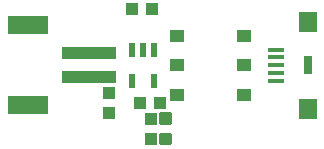
<source format=gbr>
G04 EAGLE Gerber RS-274X export*
G75*
%MOMM*%
%FSLAX34Y34*%
%LPD*%
%INSolderpaste Top*%
%IPPOS*%
%AMOC8*
5,1,8,0,0,1.08239X$1,22.5*%
G01*
%ADD10R,1.150000X1.000000*%
%ADD11R,4.600000X1.000000*%
%ADD12R,3.400000X1.600000*%
%ADD13R,0.550000X1.200000*%
%ADD14R,1.400000X0.400000*%
%ADD15R,1.500000X1.800000*%
%ADD16R,0.700000X1.500000*%
%ADD17R,1.000000X1.100000*%
%ADD18C,0.300000*%
%ADD19R,1.100000X1.000000*%


D10*
X69525Y-50400D03*
X69525Y-25400D03*
X69525Y-400D03*
X13025Y-50400D03*
X13025Y-25400D03*
X13025Y-400D03*
D11*
X-61425Y-35400D03*
X-61425Y-15400D03*
D12*
X-113425Y-59400D03*
X-113425Y8600D03*
D13*
X-6375Y-12399D03*
X-15875Y-12399D03*
X-25375Y-12399D03*
X-25375Y-38401D03*
X-6375Y-38401D03*
D14*
X96825Y-25400D03*
X96825Y-31900D03*
X96825Y-38400D03*
X96825Y-18900D03*
X96825Y-12400D03*
D15*
X123825Y-62240D03*
D16*
X123825Y-25400D03*
D15*
X123825Y11440D03*
D17*
X-44450Y-48650D03*
X-44450Y-65650D03*
X-9525Y-70875D03*
X-9525Y-87875D03*
D18*
X-325Y-74105D02*
X6675Y-74105D01*
X-325Y-74105D02*
X-325Y-67105D01*
X6675Y-67105D01*
X6675Y-74105D01*
X6675Y-71255D02*
X-325Y-71255D01*
X-325Y-68405D02*
X6675Y-68405D01*
X6675Y-91645D02*
X-325Y-91645D01*
X-325Y-84645D01*
X6675Y-84645D01*
X6675Y-91645D01*
X6675Y-88795D02*
X-325Y-88795D01*
X-325Y-85945D02*
X6675Y-85945D01*
D19*
X-25010Y22225D03*
X-8010Y22225D03*
X-1660Y-57150D03*
X-18660Y-57150D03*
M02*

</source>
